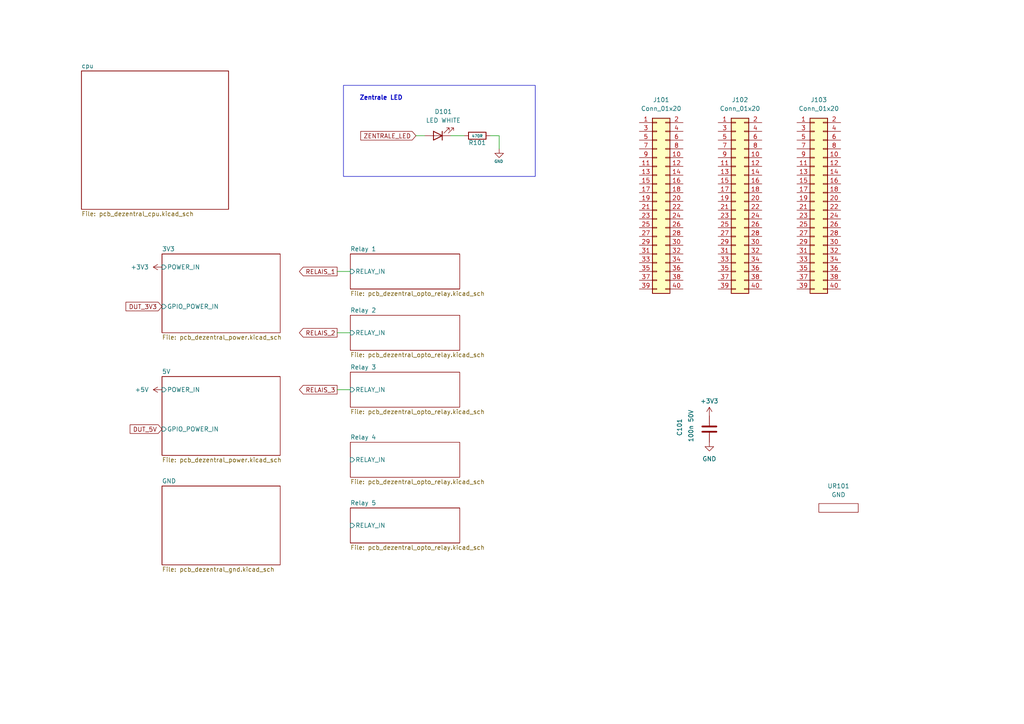
<source format=kicad_sch>
(kicad_sch (version 20231120) (generator "eeschema") (generator_version "8.0")
  (paper "A4")
  (title_block (title "Heizung Pünterswis - pcb_dezentral") (date "2024-01-20") (rev "1.0") (company "www.positron.ch") (comment 1 "Released under MIT Open-source License"))
  (lib_symbols
    (symbol "00_project_library:LED WHITE" (pin_numbers hide) (pin_names (offset 1.016) hide)
      (property "Reference" "D" (at 0 2.54 0))
      (property "Value" "LED WHITE" (at 0 -2.54 0))
      (symbol "LED WHITE_0_1"
        (polyline (pts (xy -1.27 -1.27) (xy -1.27 1.27)) (stroke (width 0.254)))
        (polyline (pts (xy -1.27 0) (xy 1.27 0)))
        (polyline (pts (xy 1.27 -1.27) (xy 1.27 1.27) (xy -1.27 0) (xy 1.27 -1.27)) (stroke (width 0.254)))
        (polyline (pts (xy -3.048 -0.762) (xy -4.572 -2.286) (xy -3.81 -2.286) (xy -4.572 -2.286) (xy -4.572 -1.524)))
        (polyline (pts (xy -1.778 -0.762) (xy -3.302 -2.286) (xy -2.54 -2.286) (xy -3.302 -2.286) (xy -3.302 -1.524)))
      )
      (symbol "LED WHITE_1_1"
        (pin passive line (at -3.81 0 0) (length 2.54) (name "K") (number "1"))
        (pin passive line (at 3.81 0 180) (length 2.54) (name "A") (number "2"))
      )
    )
    (symbol "00_project_library:opctoprobe_relay" (in_bom no)
      (property "Reference" "UR" (at 0 0 0))
      (symbol "opctoprobe_relay_0_1"
        (rectangle (start -1.27 1.27) (end 10.16 -1.27))
      )
    )
    (symbol "Connector_Generic:Conn_02x20_Odd_Even" (pin_names (offset 1.016) hide)
      (property "Reference" "J" (at 1.27 25.4 0))
      (property "Value" "Conn_02x20_Odd_Even" (at 1.27 -27.94 0))
      (symbol "Conn_02x20_Odd_Even_1_1"
        (rectangle (start -1.27 -25.273) (end 0 -25.527) (stroke (width 0.1524)))
        (rectangle (start -1.27 -22.733) (end 0 -22.987) (stroke (width 0.1524)))
        (rectangle (start -1.27 -20.193) (end 0 -20.447) (stroke (width 0.1524)))
        (rectangle (start -1.27 -17.653) (end 0 -17.907) (stroke (width 0.1524)))
        (rectangle (start -1.27 -15.113) (end 0 -15.367) (stroke (width 0.1524)))
        (rectangle (start -1.27 -12.573) (end 0 -12.827) (stroke (width 0.1524)))
        (rectangle (start -1.27 -10.033) (end 0 -10.287) (stroke (width 0.1524)))
        (rectangle (start -1.27 -7.493) (end 0 -7.747) (stroke (width 0.1524)))
        (rectangle (start -1.27 -4.953) (end 0 -5.207) (stroke (width 0.1524)))
        (rectangle (start -1.27 -2.413) (end 0 -2.667) (stroke (width 0.1524)))
        (rectangle (start -1.27 0.127) (end 0 -0.127) (stroke (width 0.1524)))
        (rectangle (start -1.27 2.667) (end 0 2.413) (stroke (width 0.1524)))
        (rectangle (start -1.27 5.207) (end 0 4.953) (stroke (width 0.1524)))
        (rectangle (start -1.27 7.747) (end 0 7.493) (stroke (width 0.1524)))
        (rectangle (start -1.27 10.287) (end 0 10.033) (stroke (width 0.1524)))
        (rectangle (start -1.27 12.827) (end 0 12.573) (stroke (width 0.1524)))
        (rectangle (start -1.27 15.367) (end 0 15.113) (stroke (width 0.1524)))
        (rectangle (start -1.27 17.907) (end 0 17.653) (stroke (width 0.1524)))
        (rectangle (start -1.27 20.447) (end 0 20.193) (stroke (width 0.1524)))
        (rectangle (start -1.27 22.987) (end 0 22.733) (stroke (width 0.1524)))
        (rectangle (start -1.27 24.13) (end 3.81 -26.67) (stroke (width 0.254)) (fill (type background)))
        (rectangle (start 3.81 -25.273) (end 2.54 -25.527) (stroke (width 0.1524)))
        (rectangle (start 3.81 -22.733) (end 2.54 -22.987) (stroke (width 0.1524)))
        (rectangle (start 3.81 -20.193) (end 2.54 -20.447) (stroke (width 0.1524)))
        (rectangle (start 3.81 -17.653) (end 2.54 -17.907) (stroke (width 0.1524)))
        (rectangle (start 3.81 -15.113) (end 2.54 -15.367) (stroke (width 0.1524)))
        (rectangle (start 3.81 -12.573) (end 2.54 -12.827) (stroke (width 0.1524)))
        (rectangle (start 3.81 -10.033) (end 2.54 -10.287) (stroke (width 0.1524)))
        (rectangle (start 3.81 -7.493) (end 2.54 -7.747) (stroke (width 0.1524)))
        (rectangle (start 3.81 -4.953) (end 2.54 -5.207) (stroke (width 0.1524)))
        (rectangle (start 3.81 -2.413) (end 2.54 -2.667) (stroke (width 0.1524)))
        (rectangle (start 3.81 0.127) (end 2.54 -0.127) (stroke (width 0.1524)))
        (rectangle (start 3.81 2.667) (end 2.54 2.413) (stroke (width 0.1524)))
        (rectangle (start 3.81 5.207) (end 2.54 4.953) (stroke (width 0.1524)))
        (rectangle (start 3.81 7.747) (end 2.54 7.493) (stroke (width 0.1524)))
        (rectangle (start 3.81 10.287) (end 2.54 10.033) (stroke (width 0.1524)))
        (rectangle (start 3.81 12.827) (end 2.54 12.573) (stroke (width 0.1524)))
        (rectangle (start 3.81 15.367) (end 2.54 15.113) (stroke (width 0.1524)))
        (rectangle (start 3.81 17.907) (end 2.54 17.653) (stroke (width 0.1524)))
        (rectangle (start 3.81 20.447) (end 2.54 20.193) (stroke (width 0.1524)))
        (rectangle (start 3.81 22.987) (end 2.54 22.733) (stroke (width 0.1524)))
        (pin passive line (at -5.08 22.86 0) (length 3.81) (name "Pin_1") (number "1"))
        (pin passive line (at 7.62 12.7 180) (length 3.81) (name "Pin_10") (number "10"))
        (pin passive line (at -5.08 10.16 0) (length 3.81) (name "Pin_11") (number "11"))
        (pin passive line (at 7.62 10.16 180) (length 3.81) (name "Pin_12") (number "12"))
        (pin passive line (at -5.08 7.62 0) (length 3.81) (name "Pin_13") (number "13"))
        (pin passive line (at 7.62 7.62 180) (length 3.81) (name "Pin_14") (number "14"))
        (pin passive line (at -5.08 5.08 0) (length 3.81) (name "Pin_15") (number "15"))
        (pin passive line (at 7.62 5.08 180) (length 3.81) (name "Pin_16") (number "16"))
        (pin passive line (at -5.08 2.54 0) (length 3.81) (name "Pin_17") (number "17"))
        (pin passive line (at 7.62 2.54 180) (length 3.81) (name "Pin_18") (number "18"))
        (pin passive line (at -5.08 0 0) (length 3.81) (name "Pin_19") (number "19"))
        (pin passive line (at 7.62 22.86 180) (length 3.81) (name "Pin_2") (number "2"))
        (pin passive line (at 7.62 0 180) (length 3.81) (name "Pin_20") (number "20"))
        (pin passive line (at -5.08 -2.54 0) (length 3.81) (name "Pin_21") (number "21"))
        (pin passive line (at 7.62 -2.54 180) (length 3.81) (name "Pin_22") (number "22"))
        (pin passive line (at -5.08 -5.08 0) (length 3.81) (name "Pin_23") (number "23"))
        (pin passive line (at 7.62 -5.08 180) (length 3.81) (name "Pin_24") (number "24"))
        (pin passive line (at -5.08 -7.62 0) (length 3.81) (name "Pin_25") (number "25"))
        (pin passive line (at 7.62 -7.62 180) (length 3.81) (name "Pin_26") (number "26"))
        (pin passive line (at -5.08 -10.16 0) (length 3.81) (name "Pin_27") (number "27"))
        (pin passive line (at 7.62 -10.16 180) (length 3.81) (name "Pin_28") (number "28"))
        (pin passive line (at -5.08 -12.7 0) (length 3.81) (name "Pin_29") (number "29"))
        (pin passive line (at -5.08 20.32 0) (length 3.81) (name "Pin_3") (number "3"))
        (pin passive line (at 7.62 -12.7 180) (length 3.81) (name "Pin_30") (number "30"))
        (pin passive line (at -5.08 -15.24 0) (length 3.81) (name "Pin_31") (number "31"))
        (pin passive line (at 7.62 -15.24 180) (length 3.81) (name "Pin_32") (number "32"))
        (pin passive line (at -5.08 -17.78 0) (length 3.81) (name "Pin_33") (number "33"))
        (pin passive line (at 7.62 -17.78 180) (length 3.81) (name "Pin_34") (number "34"))
        (pin passive line (at -5.08 -20.32 0) (length 3.81) (name "Pin_35") (number "35"))
        (pin passive line (at 7.62 -20.32 180) (length 3.81) (name "Pin_36") (number "36"))
        (pin passive line (at -5.08 -22.86 0) (length 3.81) (name "Pin_37") (number "37"))
        (pin passive line (at 7.62 -22.86 180) (length 3.81) (name "Pin_38") (number "38"))
        (pin passive line (at -5.08 -25.4 0) (length 3.81) (name "Pin_39") (number "39"))
        (pin passive line (at 7.62 20.32 180) (length 3.81) (name "Pin_4") (number "4"))
        (pin passive line (at 7.62 -25.4 180) (length 3.81) (name "Pin_40") (number "40"))
        (pin passive line (at -5.08 17.78 0) (length 3.81) (name "Pin_5") (number "5"))
        (pin passive line (at 7.62 17.78 180) (length 3.81) (name "Pin_6") (number "6"))
        (pin passive line (at -5.08 15.24 0) (length 3.81) (name "Pin_7") (number "7"))
        (pin passive line (at 7.62 15.24 180) (length 3.81) (name "Pin_8") (number "8"))
        (pin passive line (at -5.08 12.7 0) (length 3.81) (name "Pin_9") (number "9"))
      )
    )
    (symbol "Device:C" (pin_numbers hide) (pin_names (offset 0.254))
      (property "Reference" "C" (at 0.635 2.54 0))
      (property "Value" "C" (at 0.635 -2.54 0))
      (symbol "C_0_1"
        (polyline (pts (xy -2.032 -0.762) (xy 2.032 -0.762)) (stroke (width 0.508)))
        (polyline (pts (xy -2.032 0.762) (xy 2.032 0.762)) (stroke (width 0.508)))
      )
      (symbol "C_1_1"
        (pin passive line (at 0 3.81 270) (length 2.794) (name "~") (number "1"))
        (pin passive line (at 0 -3.81 90) (length 2.794) (name "~") (number "2"))
      )
    )
    (symbol "Device:R" (pin_numbers hide) (pin_names (offset 0))
      (property "Reference" "R" (at 2.032 0 90))
      (property "Value" "R" (at 0 0 90))
      (symbol "R_0_1"
        (rectangle (start -1.016 -2.54) (end 1.016 2.54) (stroke (width 0.254)))
      )
      (symbol "R_1_1"
        (pin passive line (at 0 3.81 270) (length 1.27) (name "~") (number "1"))
        (pin passive line (at 0 -3.81 90) (length 1.27) (name "~") (number "2"))
      )
    )
    (symbol "power:+3V3" (power) (pin_names (offset 0))
      (property "Value" "+3V3" (at 0 3.556 0))
      (symbol "+3V3_0_1"
        (polyline (pts (xy -0.762 1.27) (xy 0 2.54)))
        (polyline (pts (xy 0 0) (xy 0 2.54)))
        (polyline (pts (xy 0 2.54) (xy 0.762 1.27)))
      )
      (symbol "+3V3_1_1"
        (pin power_in line (at 0 0 90) (length 0) hide (name "+3V3") (number "1"))
      )
    )
    (symbol "power:+5V" (power) (pin_names (offset 0))
      (property "Value" "+5V" (at 0 3.556 0))
      (symbol "+5V_0_1"
        (polyline (pts (xy -0.762 1.27) (xy 0 2.54)))
        (polyline (pts (xy 0 0) (xy 0 2.54)))
        (polyline (pts (xy 0 2.54) (xy 0.762 1.27)))
      )
      (symbol "+5V_1_1"
        (pin power_in line (at 0 0 90) (length 0) hide (name "+5V") (number "1"))
      )
    )
    (symbol "power:GND" (power) (pin_names (offset 0))
      (property "Value" "GND" (at 0 -3.81 0))
      (symbol "GND_0_1"
        (polyline (pts (xy 0 0) (xy 0 -1.27) (xy 1.27 -1.27) (xy 0 -2.54) (xy -1.27 -1.27) (xy 0 -1.27)))
      )
      (symbol "GND_1_1"
        (pin power_in line (at 0 0 270) (length 0) hide (name "GND") (number "1"))
      )
    )
  )
  (wire (pts (xy 97.79 113.03) (xy 101.6 113.03)))
  (wire (pts (xy 134.62 39.37) (xy 130.8039 39.37)))
  (wire (pts (xy 144.78 39.37) (xy 144.78 43.18)))
  (wire (pts (xy 97.79 78.74) (xy 101.6 78.74)))
  (wire (pts (xy 97.79 96.52) (xy 101.6 96.52)))
  (wire (pts (xy 130.8039 39.37) (xy 130.8039 39.3634)))
  (wire (pts (xy 120.65 39.3634) (xy 120.65 39.37)))
  (wire (pts (xy 142.24 39.37) (xy 144.78 39.37)))
  (wire (pts (xy 123.1839 39.3634) (xy 120.65 39.3634)))
  (rectangle (start 99.6193 24.7551) (end 155.2453 51.1711))
  (text "Zentrale LED" (at 104.2288 29.2381 0) (effects (font (size 1.27 1.27) (thickness 0.254) (bold yes)) (justify left bottom)))
  (global_label "RELAIS_1" (shape output) (at 97.79 78.74 180) (property "Intersheetrefs" "${INTERSHEET_REFS}" (effects (hide yes))))
  (global_label "RELAIS_3" (shape output) (at 97.79 113.03 180) (property "Intersheetrefs" "${INTERSHEET_REFS}" (effects (hide yes))))
  (global_label "RELAIS_2" (shape output) (at 97.79 96.52 180) (property "Intersheetrefs" "${INTERSHEET_REFS}" (effects (hide yes))))
  (global_label "ZENTRALE_LED" (shape input) (at 120.65 39.37 180) (property "Intersheetrefs" "${INTERSHEET_REFS}" (effects (hide yes))))
  (global_label "DUT_3V3" (shape input) (at 46.99 88.9 180) (property "Intersheetrefs" "${INTERSHEET_REFS}" (effects (hide yes))))
  (global_label "DUT_5V" (shape input) (at 46.99 124.46 180) (property "Intersheetrefs" "${INTERSHEET_REFS}" (effects (hide yes))))
  (symbol (lib_id "power:+3V3") (at 46.99 77.47 90) (unit 1)
    (property "Reference" "#PWR0101" (effects (hide yes)))
    (property "Value" "+3V3" (at 43.18 77.4699 90) (effects (justify left)))
  )
  (symbol (lib_id "power:GND") (at 205.74 128.27 0) (unit 1)
    (property "Reference" "#PWR0105" (effects (hide yes)))
    (property "Value" "GND" (at 205.74 133.096 0))
  )
  (symbol (lib_id "power:GND") (at 144.78 43.18 0) (unit 1)
    (property "Reference" "#PWR0103" (effects (hide yes)))
    (property "Value" "GND" (at 144.653 46.8122 0) (effects (font (size 0.8 0.8))))
  )
  (symbol (lib_id "Connector_Generic:Conn_02x20_Odd_Even") (at 213.36 58.42 0) (unit 1) (in_bom no)
    (property "Reference" "J102" (at 214.63 28.956 0))
    (property "Value" "Conn_01x20" (at 214.63 31.496 0))
    (property "Footprint" "00_project_library:PinSocket_2x20_P2.54mm_Vertical-mirrored" (effects (hide yes)))
  )
  (symbol (lib_id "Device:R") (at 138.43 39.37 270) (unit 1)
    (property "Reference" "R101" (at 138.43 41.402 90))
    (property "Value" "470R" (at 138.43 39.4716 90) (effects (font (size 0.8 0.8))))
    (property "Footprint" "Resistor_SMD:R_0402_1005Metric_Pad0.72x0.64mm_HandSolder" (effects (hide yes)))
  )
  (symbol (lib_id "00_project_library:LED WHITE") (at 126.9939 39.3634 180) (unit 1)
    (property "Reference" "D101" (at 128.5814 32.3784 0))
    (property "Value" "LED WHITE" (at 128.5814 34.9184 0))
    (property "Footprint" "00_project_library:LED_0603_1608Metric" (effects (hide yes)))
    (property "JLC" "C2290" (effects (hide yes)))
  )
  (symbol (lib_id "power:+3V3") (at 205.74 120.65 0) (unit 1)
    (property "Reference" "#PWR0104" (effects (hide yes)))
    (property "Value" "+3V3" (at 205.74 116.332 0))
  )
  (symbol (lib_id "Connector_Generic:Conn_02x20_Odd_Even") (at 236.22 58.42 0) (unit 1) (in_bom no)
    (property "Reference" "J103" (at 237.49 28.956 0))
    (property "Value" "Conn_01x20" (at 237.49 31.496 0))
    (property "Footprint" "00_project_library:PinSocket_2x20_P2.54mm_Vertical-mirrored-bare" (effects (hide yes)))
  )
  (symbol (lib_id "Connector_Generic:Conn_02x20_Odd_Even") (at 190.5 58.42 0) (unit 1) (in_bom no)
    (property "Reference" "J101" (at 191.77 28.956 0))
    (property "Value" "Conn_01x20" (at 191.77 31.496 0))
    (property "Footprint" "00_project_library:PinSocket_2x20_P2.54mm_Vertical-stackable" (effects (hide yes)))
  )
  (symbol (lib_id "00_project_library:opctoprobe_relay") (at 238.76 147.32 0) (unit 1) (in_bom no)
    (property "Reference" "UR101" (at 243.205 140.97 0))
    (property "Value" "GND" (at 243.205 143.51 0))
    (property "Footprint" "00_project_library:opctoprobe_relay" (effects (hide yes)))
  )
  (symbol (lib_id "Device:C") (at 205.74 124.46 180) (unit 1)
    (property "Reference" "C101" (at 197.104 126.492 90) (effects (justify right)))
    (property "Value" "100n 50V" (at 200.406 128.27 90) (effects (justify right)))
    (property "Footprint" "Diode_SMD:D_0805_2012Metric" (effects (hide yes)))
    (property "JLC" "C49678" (effects (hide yes)))
  )
  (symbol (lib_id "power:+5V") (at 46.99 113.03 90) (unit 1)
    (property "Reference" "#PWR0102" (effects (hide yes)))
    (property "Value" "+5V" (at 43.18 113.0299 90) (effects (justify left)))
  )
  (sheet (at 101.6 107.95) (size 31.75 10.16) (stroke (width 0.1524))
    (property "Sheetname" "Relay 3" (at 101.6 107.2384 0) (effects (justify left bottom)))
    (property "Sheetfile" "pcb_dezentral_opto_relay.kicad_sch" (at 101.6 118.6946 0) (effects (justify left top)))
    (pin "RELAY_IN" input (at 101.6 113.03 180))
  )
  (sheet (at 23.622 20.574) (size 42.672 40.132) (stroke (width 0.1524))
    (property "Sheetname" "cpu" (at 23.622 19.8624 0) (effects (justify left bottom)))
    (property "Sheetfile" "pcb_dezentral_cpu.kicad_sch" (at 23.622 61.2906 0) (effects (justify left top)))
  )
  (sheet (at 46.99 73.66) (size 34.29 22.86) (stroke (width 0.1524))
    (property "Sheetname" "3V3" (at 46.99 72.9484 0) (effects (justify left bottom)))
    (property "Sheetfile" "pcb_dezentral_power.kicad_sch" (at 46.99 97.1046 0) (effects (justify left top)))
    (pin "GPIO_POWER_IN" input (at 46.99 88.9 180))
    (pin "POWER_IN" input (at 46.99 77.47 180))
  )
  (sheet (at 101.6 73.66) (size 31.75 10.16) (stroke (width 0.1524))
    (property "Sheetname" "Relay 1" (at 101.6 72.9484 0) (effects (justify left bottom)))
    (property "Sheetfile" "pcb_dezentral_opto_relay.kicad_sch" (at 101.6 84.4046 0) (effects (justify left top)))
    (pin "RELAY_IN" input (at 101.6 78.74 180))
  )
  (sheet (at 101.6 128.27) (size 31.75 10.16) (stroke (width 0.1524))
    (property "Sheetname" "Relay 4" (at 101.6 127.5584 0) (effects (justify left bottom)))
    (property "Sheetfile" "pcb_dezentral_opto_relay.kicad_sch" (at 101.6 139.0146 0) (effects (justify left top)))
    (pin "RELAY_IN" input (at 101.6 133.35 180))
  )
  (sheet (at 101.6 147.32) (size 31.75 10.16) (stroke (width 0.1524))
    (property "Sheetname" "Relay 5" (at 101.6 146.6084 0) (effects (justify left bottom)))
    (property "Sheetfile" "pcb_dezentral_opto_relay.kicad_sch" (at 101.6 158.0646 0) (effects (justify left top)))
    (pin "RELAY_IN" input (at 101.6 152.4 180))
  )
  (sheet (at 46.99 109.22) (size 34.29 22.86) (stroke (width 0.1524))
    (property "Sheetname" "5V" (at 46.99 108.5084 0) (effects (justify left bottom)))
    (property "Sheetfile" "pcb_dezentral_power.kicad_sch" (at 46.99 132.6646 0) (effects (justify left top)))
    (pin "GPIO_POWER_IN" input (at 46.99 124.46 180))
    (pin "POWER_IN" input (at 46.99 113.03 180))
  )
  (sheet (at 46.99 140.97) (size 34.29 22.86) (stroke (width 0.1524))
    (property "Sheetname" "GND" (at 46.99 140.2584 0) (effects (justify left bottom)))
    (property "Sheetfile" "pcb_dezentral_gnd.kicad_sch" (at 46.99 164.4146 0) (effects (justify left top)))
  )
  (sheet (at 101.6 91.44) (size 31.75 10.16) (stroke (width 0.1524))
    (property "Sheetname" "Relay 2" (at 101.6 90.7284 0) (effects (justify left bottom)))
    (property "Sheetfile" "pcb_dezentral_opto_relay.kicad_sch" (at 101.6 102.1846 0) (effects (justify left top)))
    (pin "RELAY_IN" input (at 101.6 96.52 180))
  )
)
</source>
